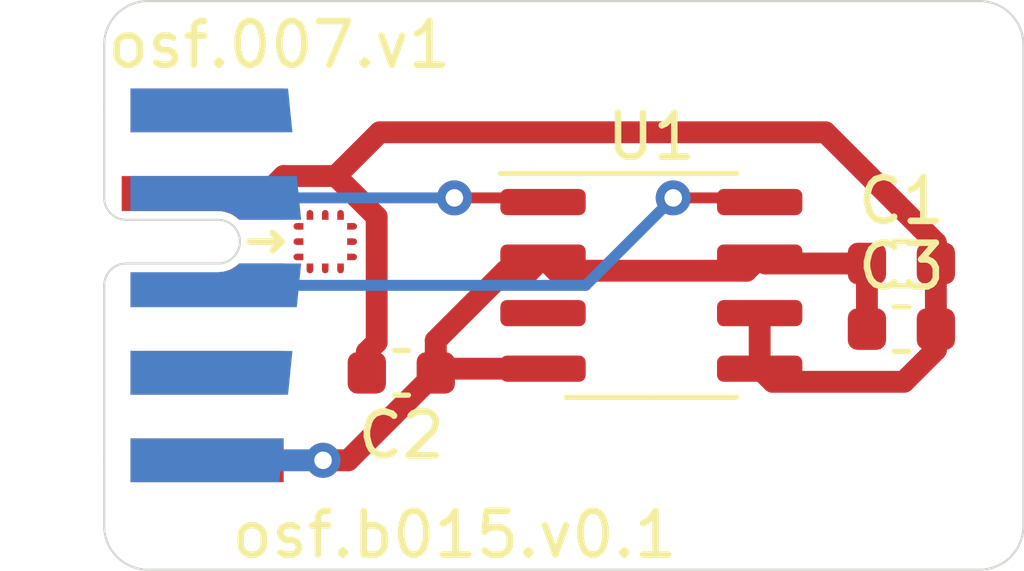
<source format=kicad_pcb>
(kicad_pcb (version 20171130) (host pcbnew "(5.1.5)-3")

  (general
    (thickness 1.6)
    (drawings 11)
    (tracks 42)
    (zones 0)
    (modules 5)
    (nets 5)
  )

  (page A4)
  (layers
    (0 F.Cu signal)
    (31 B.Cu signal)
    (32 B.Adhes user)
    (33 F.Adhes user)
    (34 B.Paste user)
    (35 F.Paste user)
    (36 B.SilkS user)
    (37 F.SilkS user)
    (38 B.Mask user)
    (39 F.Mask user)
    (40 Dwgs.User user)
    (41 Cmts.User user)
    (42 Eco1.User user)
    (43 Eco2.User user)
    (44 Edge.Cuts user)
    (45 Margin user)
    (46 B.CrtYd user)
    (47 F.CrtYd user)
    (48 B.Fab user)
    (49 F.Fab user)
  )

  (setup
    (last_trace_width 0.5)
    (user_trace_width 0.5)
    (trace_clearance 0.2)
    (zone_clearance 0.508)
    (zone_45_only no)
    (trace_min 0.2)
    (via_size 0.8)
    (via_drill 0.4)
    (via_min_size 0.4)
    (via_min_drill 0.3)
    (uvia_size 0.3)
    (uvia_drill 0.1)
    (uvias_allowed no)
    (uvia_min_size 0.2)
    (uvia_min_drill 0.1)
    (edge_width 0.05)
    (segment_width 0.2)
    (pcb_text_width 0.3)
    (pcb_text_size 1.5 1.5)
    (mod_edge_width 0.12)
    (mod_text_size 1 1)
    (mod_text_width 0.15)
    (pad_size 1.524 1.524)
    (pad_drill 0.762)
    (pad_to_mask_clearance 0.051)
    (solder_mask_min_width 0.25)
    (aux_axis_origin 0 0)
    (visible_elements 7FFFFFFF)
    (pcbplotparams
      (layerselection 0x010fc_ffffffff)
      (usegerberextensions false)
      (usegerberattributes false)
      (usegerberadvancedattributes false)
      (creategerberjobfile false)
      (excludeedgelayer true)
      (linewidth 0.100000)
      (plotframeref false)
      (viasonmask false)
      (mode 1)
      (useauxorigin false)
      (hpglpennumber 1)
      (hpglpenspeed 20)
      (hpglpendiameter 15.000000)
      (psnegative false)
      (psa4output false)
      (plotreference true)
      (plotvalue true)
      (plotinvisibletext false)
      (padsonsilk false)
      (subtractmaskfromsilk false)
      (outputformat 1)
      (mirror false)
      (drillshape 1)
      (scaleselection 1)
      (outputdirectory ""))
  )

  (net 0 "")
  (net 1 GND)
  (net 2 VCC)
  (net 3 "Net-(J1-Pad4)")
  (net 4 "Net-(J1-Pad3)")

  (net_class Default "This is the default net class."
    (clearance 0.2)
    (trace_width 0.25)
    (via_dia 0.8)
    (via_drill 0.4)
    (uvia_dia 0.3)
    (uvia_drill 0.1)
    (add_net GND)
    (add_net "Net-(J1-Pad3)")
    (add_net "Net-(J1-Pad4)")
    (add_net "Net-(J1-Pad5)")
    (add_net "Net-(J1-Pad6)")
    (add_net "Net-(J1-Pad9)")
    (add_net "Net-(U1-Pad3)")
    (add_net VCC)
  )

  (module on_edge:on_edge_2x05_device (layer F.Cu) (tedit 60205501) (tstamp 6034C4B9)
    (at 130 90.5 270)
    (path /60349C8B)
    (attr virtual)
    (fp_text reference J1 (at 0 1.2 270 unlocked) (layer F.Fab)
      (effects (font (size 0.5 0.5) (thickness 0.05)))
    )
    (fp_text value 007_ADC_2x5 (at 0 2 270 unlocked) (layer F.Fab)
      (effects (font (size 0.5 0.5) (thickness 0.05)))
    )
    (fp_arc (start -2 -0.5) (end -2 0) (angle -90) (layer Edge.Cuts) (width 0.05))
    (fp_arc (start 0 -0.5) (end -0.5 -0.5) (angle -90) (layer Edge.Cuts) (width 0.05))
    (fp_arc (start -1 -2.6) (end -0.5 -2.6) (angle -180) (layer Edge.Cuts) (width 0.05))
    (fp_line (start -0.4 -5.4) (end -0.35 -5.4) (layer F.Cu) (width 0.15))
    (fp_line (start -0.5 -5.4) (end -0.35 -5.4) (layer F.Mask) (width 0.15))
    (fp_poly (pts (xy -0.5 -5.325) (xy -0.5 -5.475) (xy -0.375 -5.475) (xy -0.375 -5.325)) (layer F.Cu) (width 0))
    (fp_line (start -0.4 -5.05) (end -0.35 -5.05) (layer F.Cu) (width 0.15))
    (fp_line (start -0.5 -5.05) (end -0.35 -5.05) (layer F.Mask) (width 0.15))
    (fp_poly (pts (xy -0.5 -4.975) (xy -0.5 -5.125) (xy -0.375 -5.125) (xy -0.375 -4.975)) (layer F.Cu) (width 0))
    (fp_line (start -0.5 -4.7) (end -0.35 -4.7) (layer F.Mask) (width 0.15))
    (fp_line (start -0.4 -4.7) (end -0.35 -4.7) (layer F.Cu) (width 0.15))
    (fp_poly (pts (xy -0.5 -4.625) (xy -0.5 -4.775) (xy -0.375 -4.775) (xy -0.375 -4.625)) (layer F.Cu) (width 0))
    (fp_line (start -0.65 -4.45) (end -0.65 -4.4) (layer F.Cu) (width 0.15))
    (fp_line (start -0.65 -4.55) (end -0.65 -4.4) (layer F.Mask) (width 0.15))
    (fp_poly (pts (xy -0.725 -4.55) (xy -0.575 -4.55) (xy -0.575 -4.425) (xy -0.725 -4.425)) (layer F.Cu) (width 0))
    (fp_line (start -1 -4.45) (end -1 -4.4) (layer F.Cu) (width 0.15))
    (fp_line (start -1 -4.55) (end -1 -4.4) (layer F.Mask) (width 0.15))
    (fp_poly (pts (xy -1.075 -4.55) (xy -0.925 -4.55) (xy -0.925 -4.425) (xy -1.075 -4.425)) (layer F.Cu) (width 0))
    (fp_line (start -1.35 -4.55) (end -1.35 -4.4) (layer F.Mask) (width 0.15))
    (fp_line (start -1.35 -4.45) (end -1.35 -4.4) (layer F.Cu) (width 0.15))
    (fp_poly (pts (xy -1.425 -4.55) (xy -1.275 -4.55) (xy -1.275 -4.425) (xy -1.425 -4.425)) (layer F.Cu) (width 0))
    (fp_poly (pts (xy -1.5 -4.775) (xy -1.5 -4.625) (xy -1.625 -4.625) (xy -1.625 -4.775)) (layer F.Cu) (width 0))
    (fp_line (start -1.6 -5.05) (end -1.65 -5.05) (layer F.Cu) (width 0.15))
    (fp_line (start -1.5 -5.05) (end -1.65 -5.05) (layer F.Mask) (width 0.15))
    (fp_poly (pts (xy -1.5 -5.125) (xy -1.5 -4.975) (xy -1.625 -4.975) (xy -1.625 -5.125)) (layer F.Cu) (width 0))
    (fp_line (start -1.5 -5.4) (end -1.65 -5.4) (layer F.Mask) (width 0.15))
    (fp_line (start -1.6 -5.4) (end -1.65 -5.4) (layer F.Cu) (width 0.15))
    (fp_poly (pts (xy -1.5 -5.475) (xy -1.5 -5.325) (xy -1.625 -5.325) (xy -1.625 -5.475)) (layer F.Cu) (width 0))
    (fp_line (start -1.5 -4.7) (end -1.65 -4.7) (layer F.Mask) (width 0.15))
    (fp_line (start -1.6 -4.7) (end -1.65 -4.7) (layer F.Cu) (width 0.15))
    (fp_line (start -1.5 -2.6) (end -1.5 -0.5) (layer Edge.Cuts) (width 0.05))
    (fp_line (start -0.5 -0.5) (end -0.5 -2.6) (layer Edge.Cuts) (width 0.05))
    (fp_line (start -1.2 -3.85) (end -1 -4.05) (layer F.SilkS) (width 0.153))
    (fp_line (start -1 -4.05) (end -0.8 -3.85) (layer F.SilkS) (width 0.153))
    (fp_line (start -1 -4.05) (end -1 -3.323) (layer F.SilkS) (width 0.153))
    (fp_line (start -4 0) (end -2 0) (layer Edge.Cuts) (width 0.05))
    (fp_line (start 0 0) (end 4 0) (layer Edge.Cuts) (width 0.05))
    (fp_line (start -5 -5) (end 5 -5) (layer F.CrtYd) (width 0.05))
    (fp_line (start 5 -5) (end 5 0.5) (layer F.CrtYd) (width 0.05))
    (fp_line (start 5 0.5) (end -5 0.5) (layer F.CrtYd) (width 0.05))
    (fp_line (start -5 0.5) (end -5 -5) (layer F.CrtYd) (width 0.05))
    (fp_line (start 5 -5) (end -5 -5) (layer B.CrtYd) (width 0.05))
    (fp_line (start -5 -5) (end -5 0.5) (layer B.CrtYd) (width 0.05))
    (fp_line (start -5 0.5) (end 5 0.5) (layer B.CrtYd) (width 0.05))
    (fp_line (start 5 0.5) (end 5 -5) (layer B.CrtYd) (width 0.05))
    (fp_poly (pts (xy -0.55 -4.6) (xy -1.45 -4.6) (xy -1.45 -5.5) (xy -0.55 -5.5)) (layer F.Mask) (width 0.1))
    (fp_line (start -1.35 -5.65) (end -1.35 -5.7) (layer F.Cu) (width 0.15))
    (fp_line (start -1.35 -5.55) (end -1.35 -5.7) (layer F.Mask) (width 0.15))
    (fp_poly (pts (xy -1.275 -5.55) (xy -1.425 -5.55) (xy -1.425 -5.675) (xy -1.275 -5.675)) (layer F.Cu) (width 0))
    (fp_poly (pts (xy -0.925 -5.55) (xy -1.075 -5.55) (xy -1.075 -5.675) (xy -0.925 -5.675)) (layer F.Cu) (width 0))
    (fp_line (start -1 -5.65) (end -1 -5.7) (layer F.Cu) (width 0.15))
    (fp_line (start -1 -5.55) (end -1 -5.7) (layer F.Mask) (width 0.15))
    (fp_poly (pts (xy -0.575 -5.55) (xy -0.725 -5.55) (xy -0.725 -5.675) (xy -0.575 -5.675)) (layer F.Cu) (width 0))
    (fp_line (start -0.65 -5.65) (end -0.65 -5.7) (layer F.Cu) (width 0.15))
    (fp_line (start -0.65 -5.55) (end -0.65 -5.7) (layer F.Mask) (width 0.15))
    (pad 1 smd custom (at -2 -3.6 270) (size 1 1) (layers F.Cu F.Mask)
      (net 1 GND) (zone_connect 0)
      (options (clearance outline) (anchor rect))
      (primitives
        (gr_poly (pts
           (xy 0.3 1) (xy 0.31 0.89) (xy 0.33 0.81) (xy 0.35 0.75) (xy 0.37 0.7)
           (xy 0.4 0.65) (xy 0.44 0.59) (xy 0.48 0.54) (xy 0.5 0.52) (xy 0.5 -0.5)
           (xy -0.5 -0.5) (xy -0.5 3.2) (xy 0.3 3.2)) (width 0))
      ))
    (pad 2 smd custom (at 0 -3.6 270) (size 1 1) (layers F.Cu F.Mask)
      (zone_connect 0)
      (options (clearance outline) (anchor rect))
      (primitives
        (gr_poly (pts
           (xy -0.3 1) (xy -0.31 0.89) (xy -0.33 0.81) (xy -0.35 0.75) (xy -0.37 0.7)
           (xy -0.4 0.65) (xy -0.44 0.59) (xy -0.48 0.54) (xy -0.5 0.52) (xy -0.5 -0.5)
           (xy 0.5 -0.5) (xy 0.5 3) (xy -0.3 3)) (width 0))
      ))
    (pad 4 smd custom (at 0 -2.1 270) (size 0.4 0.4) (layers B.Cu B.Mask)
      (net 3 "Net-(J1-Pad4)") (zone_connect 0)
      (options (clearance outline) (anchor rect))
      (primitives
        (gr_poly (pts
           (xy -0.3 -0.51) (xy -0.31 -0.62) (xy -0.33 -0.7) (xy -0.35 -0.76) (xy -0.37 -0.81)
           (xy -0.4 -0.86) (xy -0.44 -0.92) (xy -0.48 -0.97) (xy -0.5 -0.99) (xy -0.5 -2.4)
           (xy 0.5 -2.3) (xy 0.5 1.5) (xy -0.3 1.5)) (width 0))
      ))
    (pad 3 smd custom (at -2 -2.1 270) (size 0.4 0.4) (layers B.Cu B.Mask)
      (net 4 "Net-(J1-Pad3)") (zone_connect 0)
      (options (clearance outline) (anchor rect))
      (primitives
        (gr_poly (pts
           (xy 0.3 -0.51) (xy 0.31 -0.62) (xy 0.33 -0.7) (xy 0.35 -0.76) (xy 0.37 -0.81)
           (xy 0.4 -0.86) (xy 0.44 -0.92) (xy 0.48 -0.97) (xy 0.5 -0.99) (xy 0.5 -2.4)
           (xy -0.5 -2.3) (xy -0.5 1.5) (xy 0.3 1.5)) (width 0))
      ))
    (pad 10 smd custom (at 4 -2.3 270) (size 1 3.4) (layers B.Cu B.Mask)
      (net 2 VCC) (zone_connect 0)
      (options (clearance outline) (anchor rect))
      (primitives
        (gr_poly (pts
           (xy -0.5 -1.7) (xy -0.5 -1.8) (xy 0.5 -1.7)) (width 0))
      ))
    (pad 6 smd custom (at 2 -2.4 270) (size 1 3.6) (layers B.Cu B.Mask)
      (zone_connect 0)
      (options (clearance outline) (anchor rect))
      (primitives
        (gr_poly (pts
           (xy -0.5 -1.8) (xy -0.5 -1.9) (xy 0.5 -1.8)) (width 0))
      ))
    (pad 8 smd custom (at -4 -2.4 270) (size 1 3.6) (layers B.Cu B.Mask)
      (zone_connect 0)
      (options (clearance outline) (anchor rect))
      (primitives
        (gr_poly (pts
           (xy 0.5 -1.8) (xy 0.5 -1.9) (xy -0.5 -1.8)) (width 0))
      ))
    (pad 9 smd rect (at 4 -2.35 90) (size 1 3.5) (layers F.Cu F.Mask)
      (zone_connect 0))
    (pad 7 smd rect (at -4 -2.35 90) (size 1 3.5) (layers F.Cu F.Mask)
      (zone_connect 0))
    (pad 5 smd rect (at 2 -2.35 90) (size 1 3.5) (layers F.Cu F.Mask)
      (zone_connect 0))
  )

  (module Package_SO:SOIC-8_3.9x4.9mm_P1.27mm (layer F.Cu) (tedit 5D9F72B1) (tstamp 60346CAF)
    (at 142.5 90.5)
    (descr "SOIC, 8 Pin (JEDEC MS-012AA, https://www.analog.com/media/en/package-pcb-resources/package/pkg_pdf/soic_narrow-r/r_8.pdf), generated with kicad-footprint-generator ipc_gullwing_generator.py")
    (tags "SOIC SO")
    (path /60346945)
    (attr smd)
    (fp_text reference U1 (at 0 -3.4) (layer F.SilkS)
      (effects (font (size 1 1) (thickness 0.15)))
    )
    (fp_text value MLX91205 (at 0 3.4) (layer F.Fab)
      (effects (font (size 1 1) (thickness 0.15)))
    )
    (fp_text user %R (at 0 0) (layer F.Fab)
      (effects (font (size 0.98 0.98) (thickness 0.15)))
    )
    (fp_line (start 3.7 -2.7) (end -3.7 -2.7) (layer F.CrtYd) (width 0.05))
    (fp_line (start 3.7 2.7) (end 3.7 -2.7) (layer F.CrtYd) (width 0.05))
    (fp_line (start -3.7 2.7) (end 3.7 2.7) (layer F.CrtYd) (width 0.05))
    (fp_line (start -3.7 -2.7) (end -3.7 2.7) (layer F.CrtYd) (width 0.05))
    (fp_line (start -1.95 -1.475) (end -0.975 -2.45) (layer F.Fab) (width 0.1))
    (fp_line (start -1.95 2.45) (end -1.95 -1.475) (layer F.Fab) (width 0.1))
    (fp_line (start 1.95 2.45) (end -1.95 2.45) (layer F.Fab) (width 0.1))
    (fp_line (start 1.95 -2.45) (end 1.95 2.45) (layer F.Fab) (width 0.1))
    (fp_line (start -0.975 -2.45) (end 1.95 -2.45) (layer F.Fab) (width 0.1))
    (fp_line (start 0 -2.56) (end -3.45 -2.56) (layer F.SilkS) (width 0.12))
    (fp_line (start 0 -2.56) (end 1.95 -2.56) (layer F.SilkS) (width 0.12))
    (fp_line (start 0 2.56) (end -1.95 2.56) (layer F.SilkS) (width 0.12))
    (fp_line (start 0 2.56) (end 1.95 2.56) (layer F.SilkS) (width 0.12))
    (pad 8 smd roundrect (at 2.475 -1.905) (size 1.95 0.6) (layers F.Cu F.Paste F.Mask) (roundrect_rratio 0.25)
      (net 3 "Net-(J1-Pad4)"))
    (pad 7 smd roundrect (at 2.475 -0.635) (size 1.95 0.6) (layers F.Cu F.Paste F.Mask) (roundrect_rratio 0.25)
      (net 2 VCC))
    (pad 6 smd roundrect (at 2.475 0.635) (size 1.95 0.6) (layers F.Cu F.Paste F.Mask) (roundrect_rratio 0.25)
      (net 1 GND))
    (pad 5 smd roundrect (at 2.475 1.905) (size 1.95 0.6) (layers F.Cu F.Paste F.Mask) (roundrect_rratio 0.25)
      (net 1 GND))
    (pad 4 smd roundrect (at -2.475 1.905) (size 1.95 0.6) (layers F.Cu F.Paste F.Mask) (roundrect_rratio 0.25)
      (net 2 VCC))
    (pad 3 smd roundrect (at -2.475 0.635) (size 1.95 0.6) (layers F.Cu F.Paste F.Mask) (roundrect_rratio 0.25))
    (pad 2 smd roundrect (at -2.475 -0.635) (size 1.95 0.6) (layers F.Cu F.Paste F.Mask) (roundrect_rratio 0.25)
      (net 2 VCC))
    (pad 1 smd roundrect (at -2.475 -1.905) (size 1.95 0.6) (layers F.Cu F.Paste F.Mask) (roundrect_rratio 0.25)
      (net 4 "Net-(J1-Pad3)"))
    (model ${KISYS3DMOD}/Package_SO.3dshapes/SOIC-8_3.9x4.9mm_P1.27mm.wrl
      (at (xyz 0 0 0))
      (scale (xyz 1 1 1))
      (rotate (xyz 0 0 0))
    )
  )

  (module Capacitor_SMD:C_0603_1608Metric (layer F.Cu) (tedit 5B301BBE) (tstamp 60346C95)
    (at 148.2125 91.5)
    (descr "Capacitor SMD 0603 (1608 Metric), square (rectangular) end terminal, IPC_7351 nominal, (Body size source: http://www.tortai-tech.com/upload/download/2011102023233369053.pdf), generated with kicad-footprint-generator")
    (tags capacitor)
    (path /60350404)
    (attr smd)
    (fp_text reference C3 (at 0 -1.43) (layer F.SilkS)
      (effects (font (size 1 1) (thickness 0.15)))
    )
    (fp_text value 1nF (at 0 1.43) (layer F.Fab)
      (effects (font (size 1 1) (thickness 0.15)))
    )
    (fp_text user %R (at 0 0) (layer F.Fab)
      (effects (font (size 0.4 0.4) (thickness 0.06)))
    )
    (fp_line (start 1.48 0.73) (end -1.48 0.73) (layer F.CrtYd) (width 0.05))
    (fp_line (start 1.48 -0.73) (end 1.48 0.73) (layer F.CrtYd) (width 0.05))
    (fp_line (start -1.48 -0.73) (end 1.48 -0.73) (layer F.CrtYd) (width 0.05))
    (fp_line (start -1.48 0.73) (end -1.48 -0.73) (layer F.CrtYd) (width 0.05))
    (fp_line (start -0.162779 0.51) (end 0.162779 0.51) (layer F.SilkS) (width 0.12))
    (fp_line (start -0.162779 -0.51) (end 0.162779 -0.51) (layer F.SilkS) (width 0.12))
    (fp_line (start 0.8 0.4) (end -0.8 0.4) (layer F.Fab) (width 0.1))
    (fp_line (start 0.8 -0.4) (end 0.8 0.4) (layer F.Fab) (width 0.1))
    (fp_line (start -0.8 -0.4) (end 0.8 -0.4) (layer F.Fab) (width 0.1))
    (fp_line (start -0.8 0.4) (end -0.8 -0.4) (layer F.Fab) (width 0.1))
    (pad 2 smd roundrect (at 0.7875 0) (size 0.875 0.95) (layers F.Cu F.Paste F.Mask) (roundrect_rratio 0.25)
      (net 1 GND))
    (pad 1 smd roundrect (at -0.7875 0) (size 0.875 0.95) (layers F.Cu F.Paste F.Mask) (roundrect_rratio 0.25)
      (net 2 VCC))
    (model ${KISYS3DMOD}/Capacitor_SMD.3dshapes/C_0603_1608Metric.wrl
      (at (xyz 0 0 0))
      (scale (xyz 1 1 1))
      (rotate (xyz 0 0 0))
    )
  )

  (module Capacitor_SMD:C_0603_1608Metric (layer F.Cu) (tedit 5B301BBE) (tstamp 60346C84)
    (at 136.7875 92.5 180)
    (descr "Capacitor SMD 0603 (1608 Metric), square (rectangular) end terminal, IPC_7351 nominal, (Body size source: http://www.tortai-tech.com/upload/download/2011102023233369053.pdf), generated with kicad-footprint-generator")
    (tags capacitor)
    (path /6034F6B1)
    (attr smd)
    (fp_text reference C2 (at 0 -1.43) (layer F.SilkS)
      (effects (font (size 1 1) (thickness 0.15)))
    )
    (fp_text value 10nF (at 0 1.43) (layer F.Fab)
      (effects (font (size 1 1) (thickness 0.15)))
    )
    (fp_text user %R (at 0 0) (layer F.Fab)
      (effects (font (size 0.4 0.4) (thickness 0.06)))
    )
    (fp_line (start 1.48 0.73) (end -1.48 0.73) (layer F.CrtYd) (width 0.05))
    (fp_line (start 1.48 -0.73) (end 1.48 0.73) (layer F.CrtYd) (width 0.05))
    (fp_line (start -1.48 -0.73) (end 1.48 -0.73) (layer F.CrtYd) (width 0.05))
    (fp_line (start -1.48 0.73) (end -1.48 -0.73) (layer F.CrtYd) (width 0.05))
    (fp_line (start -0.162779 0.51) (end 0.162779 0.51) (layer F.SilkS) (width 0.12))
    (fp_line (start -0.162779 -0.51) (end 0.162779 -0.51) (layer F.SilkS) (width 0.12))
    (fp_line (start 0.8 0.4) (end -0.8 0.4) (layer F.Fab) (width 0.1))
    (fp_line (start 0.8 -0.4) (end 0.8 0.4) (layer F.Fab) (width 0.1))
    (fp_line (start -0.8 -0.4) (end 0.8 -0.4) (layer F.Fab) (width 0.1))
    (fp_line (start -0.8 0.4) (end -0.8 -0.4) (layer F.Fab) (width 0.1))
    (pad 2 smd roundrect (at 0.7875 0 180) (size 0.875 0.95) (layers F.Cu F.Paste F.Mask) (roundrect_rratio 0.25)
      (net 1 GND))
    (pad 1 smd roundrect (at -0.7875 0 180) (size 0.875 0.95) (layers F.Cu F.Paste F.Mask) (roundrect_rratio 0.25)
      (net 2 VCC))
    (model ${KISYS3DMOD}/Capacitor_SMD.3dshapes/C_0603_1608Metric.wrl
      (at (xyz 0 0 0))
      (scale (xyz 1 1 1))
      (rotate (xyz 0 0 0))
    )
  )

  (module Capacitor_SMD:C_0603_1608Metric (layer F.Cu) (tedit 5B301BBE) (tstamp 60346C73)
    (at 148.2125 90)
    (descr "Capacitor SMD 0603 (1608 Metric), square (rectangular) end terminal, IPC_7351 nominal, (Body size source: http://www.tortai-tech.com/upload/download/2011102023233369053.pdf), generated with kicad-footprint-generator")
    (tags capacitor)
    (path /6034D649)
    (attr smd)
    (fp_text reference C1 (at 0 -1.43) (layer F.SilkS)
      (effects (font (size 1 1) (thickness 0.15)))
    )
    (fp_text value 100nF (at 0 1.43) (layer F.Fab)
      (effects (font (size 1 1) (thickness 0.15)))
    )
    (fp_text user %R (at 0 0) (layer F.Fab)
      (effects (font (size 0.4 0.4) (thickness 0.06)))
    )
    (fp_line (start 1.48 0.73) (end -1.48 0.73) (layer F.CrtYd) (width 0.05))
    (fp_line (start 1.48 -0.73) (end 1.48 0.73) (layer F.CrtYd) (width 0.05))
    (fp_line (start -1.48 -0.73) (end 1.48 -0.73) (layer F.CrtYd) (width 0.05))
    (fp_line (start -1.48 0.73) (end -1.48 -0.73) (layer F.CrtYd) (width 0.05))
    (fp_line (start -0.162779 0.51) (end 0.162779 0.51) (layer F.SilkS) (width 0.12))
    (fp_line (start -0.162779 -0.51) (end 0.162779 -0.51) (layer F.SilkS) (width 0.12))
    (fp_line (start 0.8 0.4) (end -0.8 0.4) (layer F.Fab) (width 0.1))
    (fp_line (start 0.8 -0.4) (end 0.8 0.4) (layer F.Fab) (width 0.1))
    (fp_line (start -0.8 -0.4) (end 0.8 -0.4) (layer F.Fab) (width 0.1))
    (fp_line (start -0.8 0.4) (end -0.8 -0.4) (layer F.Fab) (width 0.1))
    (pad 2 smd roundrect (at 0.7875 0) (size 0.875 0.95) (layers F.Cu F.Paste F.Mask) (roundrect_rratio 0.25)
      (net 1 GND))
    (pad 1 smd roundrect (at -0.7875 0) (size 0.875 0.95) (layers F.Cu F.Paste F.Mask) (roundrect_rratio 0.25)
      (net 2 VCC))
    (model ${KISYS3DMOD}/Capacitor_SMD.3dshapes/C_0603_1608Metric.wrl
      (at (xyz 0 0 0))
      (scale (xyz 1 1 1))
      (rotate (xyz 0 0 0))
    )
  )

  (gr_line (start 130 86.5) (end 130 85) (layer Edge.Cuts) (width 0.05) (tstamp 6034C7F0))
  (gr_line (start 130 96) (end 130 94.5) (layer Edge.Cuts) (width 0.05))
  (gr_line (start 151 96) (end 151 85) (layer Edge.Cuts) (width 0.05) (tstamp 6034547B))
  (gr_text osf.b015.v0.1 (at 138 96.2) (layer F.SilkS)
    (effects (font (size 1 1) (thickness 0.15)))
  )
  (gr_text osf.007.v1 (at 134 85) (layer F.SilkS)
    (effects (font (size 1 1) (thickness 0.15)))
  )
  (gr_arc (start 150 96) (end 150 97) (angle -90) (layer Edge.Cuts) (width 0.05))
  (gr_arc (start 131 96) (end 130 96) (angle -90) (layer Edge.Cuts) (width 0.05))
  (gr_arc (start 131 85) (end 131 84) (angle -90) (layer Edge.Cuts) (width 0.05))
  (gr_arc (start 150 85) (end 151 85) (angle -90) (layer Edge.Cuts) (width 0.05))
  (gr_line (start 150 97) (end 131 97) (layer Edge.Cuts) (width 0.05))
  (gr_line (start 131 84) (end 150 84) (layer Edge.Cuts) (width 0.05))

  (segment (start 149 90) (end 149 91.5) (width 0.5) (layer F.Cu) (net 1))
  (segment (start 148.27 92.705) (end 145.275 92.705) (width 0.5) (layer F.Cu) (net 1))
  (segment (start 145.275 92.705) (end 144.975 92.405) (width 0.5) (layer F.Cu) (net 1))
  (segment (start 149 91.975) (end 148.27 92.705) (width 0.5) (layer F.Cu) (net 1))
  (segment (start 149 91.5) (end 149 91.975) (width 0.5) (layer F.Cu) (net 1))
  (segment (start 144.975 91.135) (end 144.975 92.405) (width 0.5) (layer F.Cu) (net 1))
  (segment (start 134.1 88) (end 133.6 88.5) (width 0.5) (layer F.Cu) (net 1))
  (segment (start 136.22501 88.932534) (end 135.292476 88) (width 0.5) (layer F.Cu) (net 1))
  (segment (start 135.292476 88) (end 134.1 88) (width 0.5) (layer F.Cu) (net 1))
  (segment (start 136.22501 91.79999) (end 136.22501 88.932534) (width 0.5) (layer F.Cu) (net 1))
  (segment (start 136 92.025) (end 136.22501 91.79999) (width 0.5) (layer F.Cu) (net 1))
  (segment (start 136 92.5) (end 136 92.025) (width 0.5) (layer F.Cu) (net 1))
  (segment (start 149 89.525) (end 146.475 87) (width 0.5) (layer F.Cu) (net 1))
  (segment (start 149 90) (end 149 89.525) (width 0.5) (layer F.Cu) (net 1))
  (segment (start 136.292476 87) (end 135.292476 88) (width 0.5) (layer F.Cu) (net 1))
  (segment (start 146.475 87) (end 136.292476 87) (width 0.5) (layer F.Cu) (net 1))
  (segment (start 147.425 91.5) (end 147.425 90) (width 0.5) (layer F.Cu) (net 2))
  (segment (start 145.11 90) (end 144.975 89.865) (width 0.5) (layer F.Cu) (net 2))
  (segment (start 147.425 90) (end 145.11 90) (width 0.5) (layer F.Cu) (net 2))
  (segment (start 137.67 92.405) (end 137.575 92.5) (width 0.5) (layer F.Cu) (net 2))
  (segment (start 140.025 92.405) (end 137.67 92.405) (width 0.5) (layer F.Cu) (net 2))
  (segment (start 137.575 92.025) (end 137.575 92.5) (width 0.5) (layer F.Cu) (net 2))
  (segment (start 139.171456 90.165) (end 137.575 91.761456) (width 0.5) (layer F.Cu) (net 2))
  (segment (start 139.725 90.165) (end 139.171456 90.165) (width 0.5) (layer F.Cu) (net 2))
  (segment (start 137.575 91.761456) (end 137.575 92.025) (width 0.5) (layer F.Cu) (net 2))
  (segment (start 140.025 89.865) (end 139.725 90.165) (width 0.5) (layer F.Cu) (net 2))
  (segment (start 144.675 90.165) (end 144.975 89.865) (width 0.5) (layer F.Cu) (net 2))
  (segment (start 140.325 90.165) (end 144.675 90.165) (width 0.5) (layer F.Cu) (net 2))
  (segment (start 140.025 89.865) (end 140.325 90.165) (width 0.5) (layer F.Cu) (net 2))
  (via (at 135 94.5) (size 0.8) (drill 0.4) (layers F.Cu B.Cu) (net 2))
  (segment (start 137.575 92.5) (end 135.575 94.5) (width 0.5) (layer F.Cu) (net 2))
  (segment (start 135.575 94.5) (end 135 94.5) (width 0.5) (layer F.Cu) (net 2))
  (segment (start 135 94.5) (end 132.3 94.5) (width 0.5) (layer B.Cu) (net 2))
  (via (at 143 88.5) (size 0.8) (drill 0.4) (layers F.Cu B.Cu) (net 3))
  (segment (start 144.88 88.5) (end 144.975 88.595) (width 0.25) (layer F.Cu) (net 3))
  (segment (start 143 88.5) (end 144.88 88.5) (width 0.25) (layer F.Cu) (net 3))
  (segment (start 141 90.5) (end 143 88.5) (width 0.25) (layer B.Cu) (net 3))
  (segment (start 132.1 90.5) (end 141 90.5) (width 0.25) (layer B.Cu) (net 3))
  (via (at 138 88.5) (size 0.8) (drill 0.4) (layers F.Cu B.Cu) (net 4))
  (segment (start 132.1 88.5) (end 138 88.5) (width 0.25) (layer B.Cu) (net 4))
  (segment (start 139.93 88.5) (end 140.025 88.595) (width 0.25) (layer F.Cu) (net 4))
  (segment (start 138 88.5) (end 139.93 88.5) (width 0.25) (layer F.Cu) (net 4))

)

</source>
